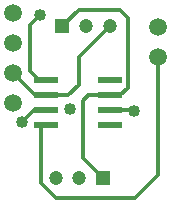
<source format=gbr>
G04 DipTrace 3.2.0.0*
G04 Top.gbr*
%MOMM*%
G04 #@! TF.FileFunction,Copper,L1,Top*
G04 #@! TF.Part,Single*
G04 #@! TA.AperFunction,Conductor*
%ADD13C,0.33*%
G04 #@! TA.AperFunction,ComponentPad*
%ADD15R,1.2X1.2*%
%ADD16C,1.2*%
%ADD18R,2.0X0.6*%
G04 #@! TA.AperFunction,ComponentPad*
%ADD19C,1.5*%
G04 #@! TA.AperFunction,ViaPad*
%ADD20C,1.016*%
%FSLAX35Y35*%
G04*
G71*
G90*
G75*
G01*
G04 Top*
%LPD*%
X2046467Y1974390D2*
D13*
X2138427D1*
X2203657Y2039620D1*
Y2625333D1*
X2132720Y2696270D1*
X1784790D1*
X1646173Y2557653D1*
X2046467Y1974390D2*
X1867000D1*
X1819590Y1926980D1*
Y1444380D1*
X1990793Y1273177D1*
X2046467Y1847390D2*
X2243507D1*
X2251277Y1839620D1*
X1506467Y1974390D2*
X1414990D1*
X1228600Y2160780D1*
X2046173Y2557653D2*
X1784610Y2296090D1*
Y2058667D1*
X1698897Y1972953D1*
X1507903D1*
X1506467Y1974390D1*
Y1847390D2*
X1406667D1*
X1308420Y1749143D1*
X1454983Y2652567D2*
X1369230Y2566813D1*
Y2179093D1*
X1446933Y2101390D1*
X1506467D1*
Y1720390D2*
X1463990D1*
Y1232233D1*
X1592787Y1103437D1*
X2265393D1*
X2457730Y1295773D1*
Y2300220D1*
D20*
X1308420Y1749143D3*
X2251277Y1839620D3*
X1708420Y1855113D3*
X1454983Y2652567D3*
D15*
X1990793Y1273177D3*
D16*
X1790793D3*
X1590793D3*
D15*
X1646173Y2557653D3*
D16*
X1846173D3*
X2046173D3*
D18*
X1506467Y2101390D3*
Y1974390D3*
Y1847390D3*
Y1720390D3*
X2046467D3*
Y1847390D3*
Y1974390D3*
Y2101390D3*
D19*
X1228600Y2668780D3*
Y2414780D3*
Y2160780D3*
Y1906780D3*
X2457730Y2300220D3*
Y2554220D3*
M02*

</source>
